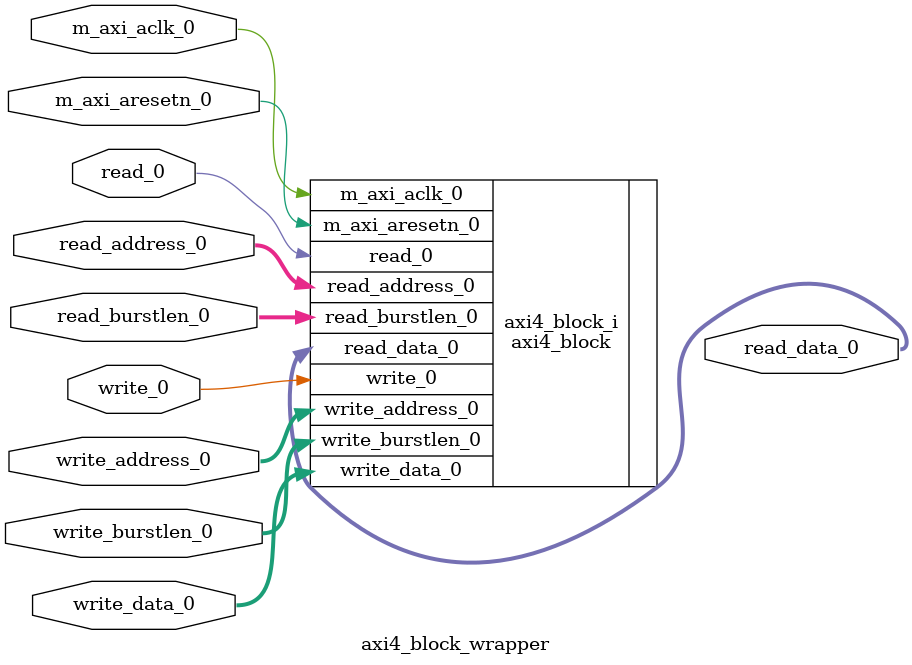
<source format=v>
`timescale 1 ps / 1 ps

module axi4_block_wrapper
   (m_axi_aclk_0,
    m_axi_aresetn_0,
    read_0,
    read_address_0,
    read_burstlen_0,
    read_data_0,
    write_0,
    write_address_0,
    write_burstlen_0,
    write_data_0);
  input m_axi_aclk_0;
  input m_axi_aresetn_0;
  input read_0;
  input [23:0]read_address_0;
  input [7:0]read_burstlen_0;
  output [31:0]read_data_0;
  input write_0;
  input [23:0]write_address_0;
  input [7:0]write_burstlen_0;
  input [31:0]write_data_0;

  wire m_axi_aclk_0;
  wire m_axi_aresetn_0;
  wire read_0;
  wire [23:0]read_address_0;
  wire [7:0]read_burstlen_0;
  wire [31:0]read_data_0;
  wire write_0;
  wire [23:0]write_address_0;
  wire [7:0]write_burstlen_0;
  wire [31:0]write_data_0;

  axi4_block axi4_block_i
       (.m_axi_aclk_0(m_axi_aclk_0),
        .m_axi_aresetn_0(m_axi_aresetn_0),
        .read_0(read_0),
        .read_address_0(read_address_0),
        .read_burstlen_0(read_burstlen_0),
        .read_data_0(read_data_0),
        .write_0(write_0),
        .write_address_0(write_address_0),
        .write_burstlen_0(write_burstlen_0),
        .write_data_0(write_data_0));
endmodule

</source>
